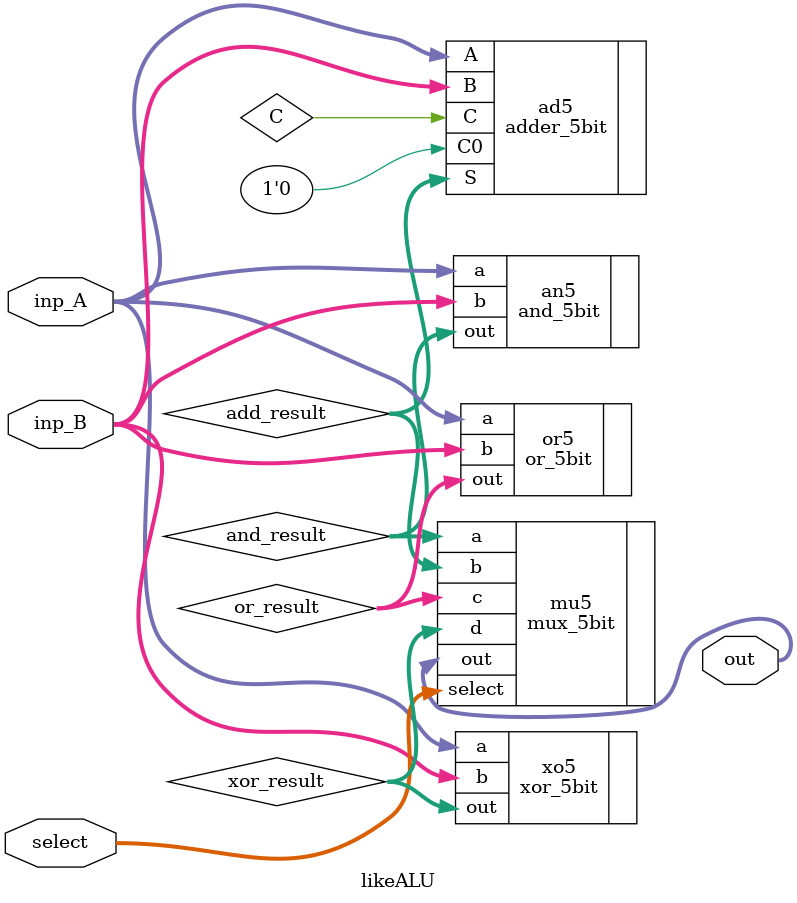
<source format=v>
module likeALU( out, inp_A, inp_B, select );

input  [4:0] inp_A, inp_B;
input [1:0] select;
output  [4:0] out;
wire C;

wire [4:0] and_result, add_result, or_result, xor_result;

and_5bit an5( .out(and_result), .a(inp_A), .b(inp_B) );			// inp_A ve inp_B  and lendi

adder_5bit ad5( .S(add_result), .C(C)  , .A(inp_A), .B(inp_B), .C0(1'b0) );		// inp_A ve inp_B  toplandı

or_5bit or5( .out(or_result), .a(inp_A), .b(inp_B) ); 		// inp_A ve inp_B  or landı

xor_5bit xo5( .out(xor_result) , .a(inp_A), .b(inp_B) ); 	// inp_A ve inp_B  xor landı


mux_5bit mu5(  .out(out), .a(and_result), .b(add_result), .c(or_result), .d(xor_result), .select(select) ); // and add or xor, mux'a yollandı


endmodule
</source>
